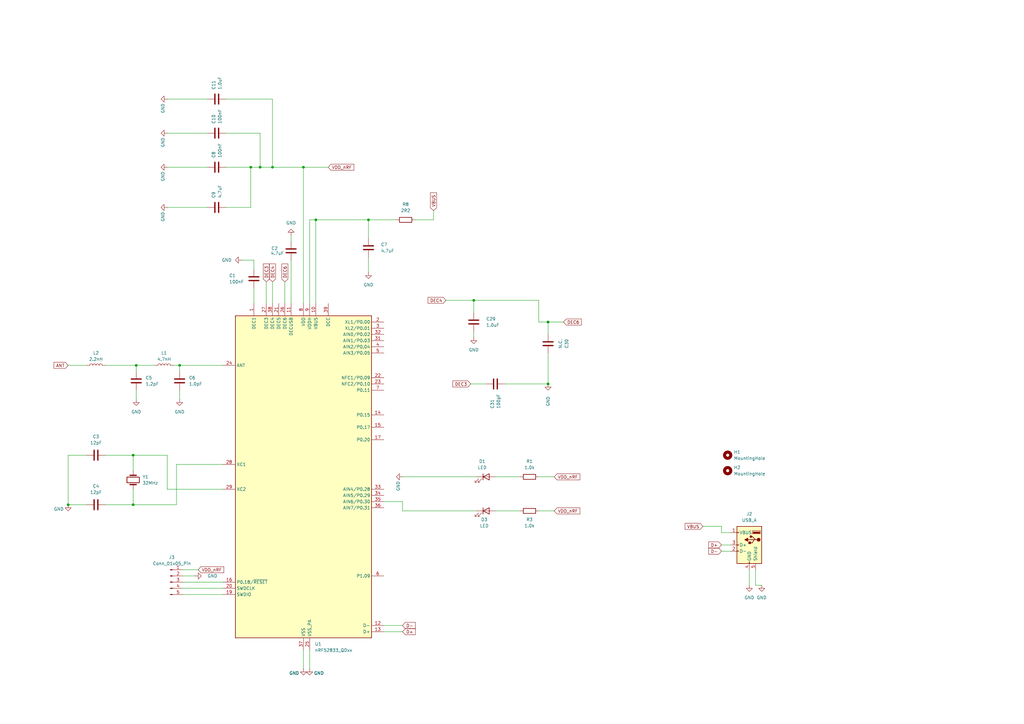
<source format=kicad_sch>
(kicad_sch (version 20250114) (generator "eeschema") (generator_version "9.0")
  (paper "A3")
  (title_block (title "Versipellis") (date "2025-12-02") (rev "0.1") (company "Primis"))
  (lib_symbols
    (symbol "Connector:Conn_01x05_Pin" (pin_names (offset 1.016) (hide yes))
      (property "Reference" "J" (at 0 7.62 0))
      (property "Value" "Conn_01x05_Pin" (at 0 -7.62 0))
      (symbol "Conn_01x05_Pin_1_1"
        (rectangle (start 0.8636 5.207) (end 0 4.953) (stroke (width 0.1524)) (fill (type outline)))
        (rectangle (start 0.8636 2.667) (end 0 2.413) (stroke (width 0.1524)) (fill (type outline)))
        (rectangle (start 0.8636 0.127) (end 0 -0.127) (stroke (width 0.1524)) (fill (type outline)))
        (rectangle (start 0.8636 -2.413) (end 0 -2.667) (stroke (width 0.1524)) (fill (type outline)))
        (rectangle (start 0.8636 -4.953) (end 0 -5.207) (stroke (width 0.1524)) (fill (type outline)))
        (polyline (pts (xy 1.27 5.08) (xy 0.8636 5.08)) (stroke (width 0.1524)))
        (polyline (pts (xy 1.27 2.54) (xy 0.8636 2.54)) (stroke (width 0.1524)))
        (polyline (pts (xy 1.27 0) (xy 0.8636 0)) (stroke (width 0.1524)))
        (polyline (pts (xy 1.27 -2.54) (xy 0.8636 -2.54)) (stroke (width 0.1524)))
        (polyline (pts (xy 1.27 -5.08) (xy 0.8636 -5.08)) (stroke (width 0.1524)))
        (pin passive line (at 5.08 5.08 180) (length 3.81) (name "Pin_1") (number "1"))
        (pin passive line (at 5.08 2.54 180) (length 3.81) (name "Pin_2") (number "2"))
        (pin passive line (at 5.08 0 180) (length 3.81) (name "Pin_3") (number "3"))
        (pin passive line (at 5.08 -2.54 180) (length 3.81) (name "Pin_4") (number "4"))
        (pin passive line (at 5.08 -5.08 180) (length 3.81) (name "Pin_5") (number "5"))
      )
    )
    (symbol "Connector:USB_A" (pin_names (offset 1.016))
      (property "Reference" "J" (at -5.08 11.43 0))
      (property "Value" "USB_A" (at -5.08 8.89 0))
      (symbol "USB_A_0_1"
        (rectangle (start -5.08 -7.62) (end 5.08 7.62) (stroke (width 0.254)) (fill (type background)))
        (circle (center -3.81 2.159) (radius 0.635) (stroke (width 0.254)) (fill (type outline)))
        (polyline (pts (xy -3.175 2.159) (xy -2.54 2.159) (xy -1.27 3.429) (xy -0.635 3.429)) (stroke (width 0.254)))
        (polyline (pts (xy -2.54 2.159) (xy -1.905 2.159) (xy -1.27 0.889) (xy 0 0.889)) (stroke (width 0.254)))
        (rectangle (start -1.524 4.826) (end -4.318 5.334) (fill (type outline)))
        (rectangle (start -1.27 4.572) (end -4.572 5.842))
        (circle (center -0.635 3.429) (radius 0.381) (stroke (width 0.254)) (fill (type outline)))
        (rectangle (start -0.127 -7.62) (end 0.127 -6.858))
        (rectangle (start 0.254 1.27) (end -0.508 0.508) (stroke (width 0.254)) (fill (type outline)))
        (polyline (pts (xy 0.635 2.794) (xy 0.635 1.524) (xy 1.905 2.159) (xy 0.635 2.794)) (stroke (width 0.254)) (fill (type outline)))
        (rectangle (start 5.08 4.953) (end 4.318 5.207))
        (rectangle (start 5.08 -0.127) (end 4.318 0.127))
        (rectangle (start 5.08 -2.667) (end 4.318 -2.413))
      )
      (symbol "USB_A_1_1"
        (polyline (pts (xy -1.905 2.159) (xy 0.635 2.159)) (stroke (width 0.254)))
        (pin passive line (at -2.54 -10.16 90) (length 2.54) (name "Shield") (number "5"))
        (pin power_in line (at 0 -10.16 90) (length 2.54) (name "GND") (number "4"))
        (pin power_in line (at 7.62 5.08 180) (length 2.54) (name "VBUS") (number "1"))
        (pin bidirectional line (at 7.62 0 180) (length 2.54) (name "D+") (number "3"))
        (pin bidirectional line (at 7.62 -2.54 180) (length 2.54) (name "D-") (number "2"))
      )
    )
    (symbol "Device:C" (pin_numbers (hide yes)) (pin_names (offset 0.254))
      (property "Reference" "C" (at 0.635 2.54 0))
      (property "Value" "C" (at 0.635 -2.54 0))
      (symbol "C_0_1"
        (polyline (pts (xy -2.032 0.762) (xy 2.032 0.762)) (stroke (width 0.508)))
        (polyline (pts (xy -2.032 -0.762) (xy 2.032 -0.762)) (stroke (width 0.508)))
      )
      (symbol "C_1_1"
        (pin passive line (at 0 3.81 270) (length 2.794) (name "~") (number "1"))
        (pin passive line (at 0 -3.81 90) (length 2.794) (name "~") (number "2"))
      )
    )
    (symbol "Device:Crystal" (pin_numbers (hide yes)) (pin_names (offset 1.016) (hide yes))
      (property "Reference" "Y" (at 0 3.81 0))
      (property "Value" "Crystal" (at 0 -3.81 0))
      (symbol "Crystal_0_1"
        (polyline (pts (xy -2.54 0) (xy -1.905 0)))
        (polyline (pts (xy -1.905 -1.27) (xy -1.905 1.27)) (stroke (width 0.508)))
        (rectangle (start -1.143 2.54) (end 1.143 -2.54) (stroke (width 0.3048)))
        (polyline (pts (xy 1.905 -1.27) (xy 1.905 1.27)) (stroke (width 0.508)))
        (polyline (pts (xy 2.54 0) (xy 1.905 0)))
      )
      (symbol "Crystal_1_1"
        (pin passive line (at -3.81 0 0) (length 1.27) (name "1") (number "1"))
        (pin passive line (at 3.81 0 180) (length 1.27) (name "2") (number "2"))
      )
    )
    (symbol "Device:L" (pin_numbers (hide yes)) (pin_names (offset 1.016) (hide yes))
      (property "Reference" "L" (at -1.27 0 90))
      (property "Value" "L" (at 1.905 0 90))
      (symbol "L_0_1"
        (arc (start 0 2.54) (mid 0.6323 1.905) (end 0 1.27))
        (arc (start 0 1.27) (mid 0.6323 0.635) (end 0 0))
        (arc (start 0 0) (mid 0.6323 -0.635) (end 0 -1.27))
        (arc (start 0 -1.27) (mid 0.6323 -1.905) (end 0 -2.54))
      )
      (symbol "L_1_1"
        (pin passive line (at 0 3.81 270) (length 1.27) (name "1") (number "1"))
        (pin passive line (at 0 -3.81 90) (length 1.27) (name "2") (number "2"))
      )
    )
    (symbol "Device:LED" (pin_numbers (hide yes)) (pin_names (offset 1.016) (hide yes))
      (property "Reference" "D" (at 0 2.54 0))
      (property "Value" "LED" (at 0 -2.54 0))
      (symbol "LED_0_1"
        (polyline (pts (xy -3.048 -0.762) (xy -4.572 -2.286) (xy -3.81 -2.286) (xy -4.572 -2.286) (xy -4.572 -1.524)))
        (polyline (pts (xy -1.778 -0.762) (xy -3.302 -2.286) (xy -2.54 -2.286) (xy -3.302 -2.286) (xy -3.302 -1.524)))
        (polyline (pts (xy -1.27 0) (xy 1.27 0)))
        (polyline (pts (xy -1.27 -1.27) (xy -1.27 1.27)) (stroke (width 0.254)))
        (polyline (pts (xy 1.27 -1.27) (xy 1.27 1.27) (xy -1.27 0) (xy 1.27 -1.27)) (stroke (width 0.254)))
      )
      (symbol "LED_1_1"
        (pin passive line (at -3.81 0 0) (length 2.54) (name "K") (number "1"))
        (pin passive line (at 3.81 0 180) (length 2.54) (name "A") (number "2"))
      )
    )
    (symbol "Device:R" (pin_numbers (hide yes)) (pin_names (offset 0))
      (property "Reference" "R" (at 2.032 0 90))
      (property "Value" "R" (at 0 0 90))
      (symbol "R_0_1"
        (rectangle (start -1.016 -2.54) (end 1.016 2.54) (stroke (width 0.254)))
      )
      (symbol "R_1_1"
        (pin passive line (at 0 3.81 270) (length 1.27) (name "~") (number "1"))
        (pin passive line (at 0 -3.81 90) (length 1.27) (name "~") (number "2"))
      )
    )
    (symbol "MCU_Nordic:nRF52833_QDxx"
      (property "Reference" "U" (at 0 5.08 0))
      (property "Value" "nRF52833_QDxx" (at 0 2.54 0))
      (symbol "nRF52833_QDxx_0_1"
        (rectangle (start -27.94 66.04) (end 27.94 -66.04) (stroke (width 0.254)) (fill (type background)))
      )
      (symbol "nRF52833_QDxx_1_1"
        (pin passive line (at -33.02 45.72 0) (length 5.08) (name "ANT") (number "24"))
        (pin input line (at -33.02 5.08 0) (length 5.08) (name "XC1") (number "28"))
        (pin input line (at -33.02 -5.08 0) (length 5.08) (name "XC2") (number "29"))
        (pin bidirectional line (at -33.02 -43.18 0) (length 5.08) (name "P0.18/~{RESET}") (number "16"))
        (pin input line (at -33.02 -45.72 0) (length 5.08) (name "SWDCLK") (number "20"))
        (pin bidirectional line (at -33.02 -48.26 0) (length 5.08) (name "SWDIO") (number "19"))
        (pin passive line (at -20.32 71.12 270) (length 5.08) (name "DEC1") (number "1"))
        (pin passive line (at -15.24 71.12 270) (length 5.08) (name "DEC3") (number "27"))
        (pin passive line (at -12.7 71.12 270) (length 5.08) (name "DEC4") (number "38"))
        (pin passive line (at -10.16 71.12 270) (length 5.08) (name "DEC5") (number "21"))
        (pin passive line (at -7.62 71.12 270) (length 5.08) (name "DEC6") (number "26"))
        (pin passive line (at -5.08 71.12 270) (length 5.08) (name "DECUSB") (number "11"))
        (pin passive line (at 0 71.12 270) (length 5.08) (hide yes) (name "VDD") (number "18"))
        (pin passive line (at 0 71.12 270) (length 5.08) (hide yes) (name "VDD") (number "30"))
        (pin passive line (at 0 71.12 270) (length 5.08) (hide yes) (name "VDD") (number "40"))
        (pin power_in line (at 0 71.12 270) (length 5.08) (name "VDD") (number "8"))
        (pin power_in line (at 0 -71.12 90) (length 5.08) (name "VSS") (number "37"))
        (pin passive line (at 0 -71.12 90) (length 5.08) (hide yes) (name "VSS") (number "41"))
        (pin power_in line (at 2.54 71.12 270) (length 5.08) (name "VDDH") (number "9"))
        (pin power_in line (at 2.54 -71.12 90) (length 5.08) (name "VSS_PA") (number "25"))
        (pin power_in line (at 5.08 71.12 270) (length 5.08) (name "VBUS") (number "10"))
        (pin power_out line (at 10.16 71.12 270) (length 5.08) (name "DCC") (number "39"))
        (pin bidirectional line (at 33.02 63.5 180) (length 5.08) (name "XL1/P0.00") (number "2"))
        (pin bidirectional line (at 33.02 60.96 180) (length 5.08) (name "XL2/P0.01") (number "3"))
        (pin bidirectional line (at 33.02 58.42 180) (length 5.08) (name "AIN0/P0.02") (number "32"))
        (pin bidirectional line (at 33.02 55.88 180) (length 5.08) (name "AIN1/P0.03") (number "31"))
        (pin bidirectional line (at 33.02 53.34 180) (length 5.08) (name "AIN2/P0.04") (number "4"))
        (pin bidirectional line (at 33.02 50.8 180) (length 5.08) (name "AIN3/P0.05") (number "5"))
        (pin bidirectional line (at 33.02 40.64 180) (length 5.08) (name "NFC1/P0.09") (number "22"))
        (pin bidirectional line (at 33.02 38.1 180) (length 5.08) (name "NFC2/P0.10") (number "23"))
        (pin bidirectional line (at 33.02 35.56 180) (length 5.08) (name "P0.11") (number "7"))
        (pin bidirectional line (at 33.02 25.4 180) (length 5.08) (name "P0.15") (number "14"))
        (pin bidirectional line (at 33.02 20.32 180) (length 5.08) (name "P0.17") (number "15"))
        (pin bidirectional line (at 33.02 15.24 180) (length 5.08) (name "P0.20") (number "17"))
        (pin bidirectional line (at 33.02 -5.08 180) (length 5.08) (name "AIN4/P0.28") (number "33"))
        (pin bidirectional line (at 33.02 -7.62 180) (length 5.08) (name "AIN5/P0.29") (number "34"))
        (pin bidirectional line (at 33.02 -10.16 180) (length 5.08) (name "AIN6/P0.30") (number "35"))
        (pin bidirectional line (at 33.02 -12.7 180) (length 5.08) (name "AIN7/P0.31") (number "36"))
        (pin bidirectional line (at 33.02 -40.64 180) (length 5.08) (name "P1.09") (number "6"))
        (pin bidirectional line (at 33.02 -60.96 180) (length 5.08) (name "D-") (number "12"))
        (pin bidirectional line (at 33.02 -63.5 180) (length 5.08) (name "D+") (number "13"))
      )
    )
    (symbol "Mechanical:MountingHole" (pin_names (offset 1.016)) (in_bom no)
      (property "Reference" "H" (at 0 5.08 0))
      (property "Value" "MountingHole" (at 0 3.175 0))
      (symbol "MountingHole_0_1"
        (circle (center 0 0) (radius 1.27) (stroke (width 1.27)))
      )
    )
    (symbol "power:GND" (power) (pin_numbers (hide yes)) (pin_names (offset 0) (hide yes))
      (property "Value" "GND" (at 0 -3.81 0))
      (symbol "GND_0_1"
        (polyline (pts (xy 0 0) (xy 0 -1.27) (xy 1.27 -1.27) (xy 0 -2.54) (xy -1.27 -1.27) (xy 0 -1.27)))
      )
      (symbol "GND_1_1"
        (pin power_in line (at 0 0 270) (length 0) (name "~") (number "1"))
      )
    )
  )
  (junction (at 73.66 149.86))
  (junction (at 111.76 68.58))
  (junction (at 129.54 90.17))
  (junction (at 55.88 149.86))
  (junction (at 27.94 207.01))
  (junction (at 106.68 68.58))
  (junction (at 54.61 207.01))
  (junction (at 224.79 157.48))
  (junction (at 194.31 123.19))
  (junction (at 151.13 90.17))
  (junction (at 54.61 186.69))
  (junction (at 102.87 68.58))
  (junction (at 224.79 132.08))
  (junction (at 124.46 68.58))
  (wire (pts (xy 55.88 149.86) (xy 63.5 149.86)))
  (wire (pts (xy 43.18 149.86) (xy 55.88 149.86)))
  (wire (pts (xy 119.38 96.52) (xy 119.38 99.06)))
  (wire (pts (xy 68.58 85.09) (xy 85.09 85.09)))
  (wire (pts (xy 68.58 68.58) (xy 85.09 68.58)))
  (wire (pts (xy 27.94 207.01) (xy 35.56 207.01)))
  (wire (pts (xy 127 124.46) (xy 127 90.17)))
  (wire (pts (xy 203.2 209.55) (xy 213.36 209.55)))
  (wire (pts (xy 54.61 200.66) (xy 54.61 207.01)))
  (wire (pts (xy 307.34 233.68) (xy 307.34 240.03)))
  (wire (pts (xy 74.93 243.84) (xy 91.44 243.84)))
  (wire (pts (xy 116.84 115.57) (xy 116.84 124.46)))
  (wire (pts (xy 129.54 90.17) (xy 151.13 90.17)))
  (wire (pts (xy 102.87 68.58) (xy 102.87 85.09)))
  (wire (pts (xy 68.58 54.61) (xy 85.09 54.61)))
  (wire (pts (xy 68.58 200.66) (xy 68.58 186.69)))
  (wire (pts (xy 127 90.17) (xy 129.54 90.17)))
  (wire (pts (xy 309.88 240.03) (xy 312.42 240.03)))
  (wire (pts (xy 73.66 149.86) (xy 91.44 149.86)))
  (wire (pts (xy 295.91 218.44) (xy 295.91 215.9)))
  (wire (pts (xy 55.88 160.02) (xy 55.88 163.83)))
  (wire (pts (xy 157.48 256.54) (xy 165.1 256.54)))
  (wire (pts (xy 127 266.7) (xy 127 274.32)))
  (wire (pts (xy 111.76 115.57) (xy 111.76 124.46)))
  (wire (pts (xy 124.46 266.7) (xy 124.46 274.32)))
  (wire (pts (xy 157.48 259.08) (xy 165.1 259.08)))
  (wire (pts (xy 68.58 40.64) (xy 85.09 40.64)))
  (wire (pts (xy 74.93 236.22) (xy 80.01 236.22)))
  (wire (pts (xy 124.46 68.58) (xy 134.62 68.58)))
  (wire (pts (xy 224.79 144.78) (xy 224.79 157.48)))
  (wire (pts (xy 129.54 90.17) (xy 129.54 124.46)))
  (wire (pts (xy 177.8 90.17) (xy 177.8 86.36)))
  (wire (pts (xy 151.13 90.17) (xy 151.13 97.79)))
  (wire (pts (xy 73.66 160.02) (xy 73.66 163.83)))
  (wire (pts (xy 27.94 149.86) (xy 35.56 149.86)))
  (wire (pts (xy 104.14 106.68) (xy 99.06 106.68)))
  (wire (pts (xy 295.91 215.9) (xy 288.29 215.9)))
  (wire (pts (xy 194.31 123.19) (xy 194.31 128.27)))
  (wire (pts (xy 195.58 195.58) (xy 165.1 195.58)))
  (wire (pts (xy 106.68 54.61) (xy 92.71 54.61)))
  (wire (pts (xy 111.76 68.58) (xy 111.76 40.64)))
  (wire (pts (xy 170.18 90.17) (xy 177.8 90.17)))
  (wire (pts (xy 74.93 241.3) (xy 91.44 241.3)))
  (wire (pts (xy 54.61 186.69) (xy 54.61 193.04)))
  (wire (pts (xy 220.98 209.55) (xy 227.33 209.55)))
  (wire (pts (xy 111.76 40.64) (xy 92.71 40.64)))
  (wire (pts (xy 27.94 186.69) (xy 27.94 207.01)))
  (wire (pts (xy 111.76 68.58) (xy 124.46 68.58)))
  (wire (pts (xy 193.04 157.48) (xy 199.39 157.48)))
  (wire (pts (xy 224.79 132.08) (xy 231.14 132.08)))
  (wire (pts (xy 55.88 149.86) (xy 55.88 152.4)))
  (wire (pts (xy 220.98 123.19) (xy 220.98 132.08)))
  (wire (pts (xy 106.68 68.58) (xy 111.76 68.58)))
  (wire (pts (xy 194.31 123.19) (xy 220.98 123.19)))
  (wire (pts (xy 194.31 135.89) (xy 194.31 138.43)))
  (wire (pts (xy 182.88 123.19) (xy 194.31 123.19)))
  (wire (pts (xy 73.66 149.86) (xy 73.66 152.4)))
  (wire (pts (xy 104.14 118.11) (xy 104.14 124.46)))
  (wire (pts (xy 92.71 68.58) (xy 102.87 68.58)))
  (wire (pts (xy 295.91 226.06) (xy 299.72 226.06)))
  (wire (pts (xy 74.93 233.68) (xy 81.28 233.68)))
  (wire (pts (xy 71.12 149.86) (xy 73.66 149.86)))
  (wire (pts (xy 109.22 115.57) (xy 109.22 124.46)))
  (wire (pts (xy 104.14 110.49) (xy 104.14 106.68)))
  (wire (pts (xy 309.88 233.68) (xy 309.88 240.03)))
  (wire (pts (xy 35.56 186.69) (xy 27.94 186.69)))
  (wire (pts (xy 72.39 190.5) (xy 72.39 207.01)))
  (wire (pts (xy 72.39 207.01) (xy 54.61 207.01)))
  (wire (pts (xy 102.87 85.09) (xy 92.71 85.09)))
  (wire (pts (xy 74.93 238.76) (xy 91.44 238.76)))
  (wire (pts (xy 220.98 195.58) (xy 227.33 195.58)))
  (wire (pts (xy 220.98 132.08) (xy 224.79 132.08)))
  (wire (pts (xy 195.58 209.55) (xy 165.1 209.55)))
  (wire (pts (xy 91.44 190.5) (xy 72.39 190.5)))
  (wire (pts (xy 203.2 195.58) (xy 213.36 195.58)))
  (wire (pts (xy 119.38 106.68) (xy 119.38 124.46)))
  (wire (pts (xy 124.46 124.46) (xy 124.46 68.58)))
  (wire (pts (xy 295.91 223.52) (xy 299.72 223.52)))
  (wire (pts (xy 54.61 186.69) (xy 43.18 186.69)))
  (wire (pts (xy 299.72 218.44) (xy 295.91 218.44)))
  (wire (pts (xy 151.13 105.41) (xy 151.13 111.76)))
  (wire (pts (xy 106.68 68.58) (xy 106.68 54.61)))
  (wire (pts (xy 207.01 157.48) (xy 224.79 157.48)))
  (wire (pts (xy 224.79 132.08) (xy 224.79 137.16)))
  (wire (pts (xy 91.44 200.66) (xy 68.58 200.66)))
  (wire (pts (xy 68.58 186.69) (xy 54.61 186.69)))
  (wire (pts (xy 54.61 207.01) (xy 43.18 207.01)))
  (wire (pts (xy 151.13 90.17) (xy 162.56 90.17)))
  (wire (pts (xy 102.87 68.58) (xy 106.68 68.58)))
  (wire (pts (xy 157.48 205.74) (xy 165.1 205.74)))
  (wire (pts (xy 165.1 209.55) (xy 165.1 205.74)))
  (global_label "VDD_nRF" (shape input) (at 81.28 233.68 0) (property "Intersheetrefs" "${INTERSHEET_REFS}" (effects (hide yes))))
  (global_label "D-" (shape input) (at 295.91 226.06 180) (property "Intersheetrefs" "${INTERSHEET_REFS}" (effects (hide yes))))
  (global_label "VDD_nRF" (shape input) (at 134.62 68.58 0) (property "Intersheetrefs" "${INTERSHEET_REFS}" (effects (hide yes))))
  (global_label "VBUS" (shape input) (at 177.8 86.36 90) (property "Intersheetrefs" "${INTERSHEET_REFS}" (effects (hide yes))))
  (global_label "DEC4" (shape input) (at 182.88 123.19 180) (property "Intersheetrefs" "${INTERSHEET_REFS}" (effects (hide yes))))
  (global_label "VDD_nRF" (shape input) (at 227.33 195.58 0) (property "Intersheetrefs" "${INTERSHEET_REFS}" (effects (hide yes))))
  (global_label "DEC6" (shape input) (at 231.14 132.08 0) (property "Intersheetrefs" "${INTERSHEET_REFS}" (effects (hide yes))))
  (global_label "VDD_nRF" (shape input) (at 227.33 209.55 0) (property "Intersheetrefs" "${INTERSHEET_REFS}" (effects (hide yes))))
  (global_label "DEC4" (shape input) (at 111.76 115.57 90) (property "Intersheetrefs" "${INTERSHEET_REFS}" (effects (hide yes))))
  (global_label "DEC3" (shape input) (at 109.22 115.57 90) (property "Intersheetrefs" "${INTERSHEET_REFS}" (effects (hide yes))))
  (global_label "DEC6" (shape input) (at 116.84 115.57 90) (property "Intersheetrefs" "${INTERSHEET_REFS}" (effects (hide yes))))
  (global_label "D+" (shape input) (at 295.91 223.52 180) (property "Intersheetrefs" "${INTERSHEET_REFS}" (effects (hide yes))))
  (global_label "D-" (shape input) (at 165.1 256.54 0) (property "Intersheetrefs" "${INTERSHEET_REFS}" (effects (hide yes))))
  (global_label "ANT" (shape input) (at 27.94 149.86 180) (property "Intersheetrefs" "${INTERSHEET_REFS}" (effects (hide yes))))
  (global_label "D+" (shape input) (at 165.1 259.08 0) (property "Intersheetrefs" "${INTERSHEET_REFS}" (effects (hide yes))))
  (global_label "DEC3" (shape input) (at 193.04 157.48 180) (property "Intersheetrefs" "${INTERSHEET_REFS}" (effects (hide yes))))
  (global_label "VBUS" (shape input) (at 288.29 215.9 180) (property "Intersheetrefs" "${INTERSHEET_REFS}" (effects (hide yes))))
  (symbol (lib_id "Device:C") (at 224.79 140.97 180) (unit 1)
    (property "Reference" "C30" (at 232.41 140.97 90))
    (property "Value" "N.C." (at 229.87 140.97 90))
    (property "Footprint" "Capacitor_SMD:C_0603_1608Metric" (effects (hide yes)))
    (property "Description" "Unpolarized capacitor" (effects (hide yes)))
  )
  (symbol (lib_id "Device:C") (at 88.9 85.09 270) (unit 1)
    (property "Reference" "C9" (at 87.6299 81.28 0) (effects (justify right)))
    (property "Value" "4.7uF" (at 90.1699 81.28 0) (effects (justify right)))
    (property "Footprint" "Capacitor_SMD:C_0603_1608Metric" (effects (hide yes)))
    (property "Description" "Unpolarized capacitor" (effects (hide yes)))
  )
  (symbol (lib_id "power:GND") (at 127 274.32 0) (unit 1)
    (property "Reference" "#PWR02" (effects (hide yes)))
    (property "Value" "GND" (at 130.81 276.098 0))
    (property "Description" "Power symbol creates a global label with name \"GND\" , ground" (effects (hide yes)))
  )
  (symbol (lib_id "Device:LED") (at 199.39 209.55 0) (unit 1)
    (property "Reference" "D3" (at 198.628 213.106 0))
    (property "Value" "LED" (at 198.628 215.646 0))
    (property "Footprint" "LED_SMD:LED_0603_1608Metric" (effects (hide yes)))
    (property "Description" "Light emitting diode" (effects (hide yes)))
    (property "Sim.Pins" "1=K 2=A" (effects (hide yes)))
  )
  (symbol (lib_id "power:GND") (at 307.34 240.03 0) (unit 1)
    (property "Reference" "#PWR024" (effects (hide yes)))
    (property "Value" "GND" (at 307.34 245.11 0))
    (property "Description" "Power symbol creates a global label with name \"GND\" , ground" (effects (hide yes)))
  )
  (symbol (lib_id "Device:C") (at 151.13 101.6 0) (unit 1)
    (property "Reference" "C7" (at 156.21 100.3299 0) (effects (justify left)))
    (property "Value" "4.7uF" (at 156.21 102.8699 0) (effects (justify left)))
    (property "Footprint" "Capacitor_SMD:C_0603_1608Metric" (effects (hide yes)))
    (property "Description" "Unpolarized capacitor" (effects (hide yes)))
  )
  (symbol (lib_id "power:GND") (at 194.31 138.43 0) (unit 1)
    (property "Reference" "#PWR034" (effects (hide yes)))
    (property "Value" "GND" (at 194.31 143.51 0))
    (property "Description" "Power symbol creates a global label with name \"GND\" , ground" (effects (hide yes)))
  )
  (symbol (lib_id "Device:C") (at 88.9 54.61 90) (unit 1)
    (property "Reference" "C10" (at 87.6299 50.8 0) (effects (justify left)))
    (property "Value" "100nF" (at 90.1699 50.8 0) (effects (justify left)))
    (property "Footprint" "Capacitor_SMD:C_0603_1608Metric" (effects (hide yes)))
    (property "Description" "Unpolarized capacitor" (effects (hide yes)))
  )
  (symbol (lib_id "Device:R") (at 217.17 195.58 90) (unit 1)
    (property "Reference" "R1" (at 217.17 189.23 90))
    (property "Value" "1.0k" (at 217.17 191.77 90))
    (property "Footprint" "Resistor_SMD:R_0603_1608Metric" (effects (hide yes)))
    (property "Description" "Resistor" (effects (hide yes)))
  )
  (symbol (lib_id "Device:C") (at 104.14 114.3 0) (unit 1)
    (property "Reference" "C1" (at 93.98 113.03 0) (effects (justify left)))
    (property "Value" "100nF" (at 93.98 115.57 0) (effects (justify left)))
    (property "Footprint" "Capacitor_SMD:C_0603_1608Metric" (effects (hide yes)))
    (property "Description" "Unpolarized capacitor" (effects (hide yes)))
  )
  (symbol (lib_id "power:GND") (at 224.79 157.48 0) (unit 1)
    (property "Reference" "#PWR035" (effects (hide yes)))
    (property "Value" "GND" (at 224.7901 162.56 90) (effects (justify right)))
    (property "Description" "Power symbol creates a global label with name \"GND\" , ground" (effects (hide yes)))
  )
  (symbol (lib_id "power:GND") (at 312.42 240.03 0) (unit 1)
    (property "Reference" "#PWR025" (effects (hide yes)))
    (property "Value" "GND" (at 312.42 245.11 0))
    (property "Description" "Power symbol creates a global label with name \"GND\" , ground" (effects (hide yes)))
  )
  (symbol (lib_id "Connector:USB_A") (at 307.34 223.52 0) (mirror y) (unit 1)
    (property "Reference" "J2" (at 307.34 210.82 0))
    (property "Value" "USB_A" (at 307.34 213.36 0))
    (property "Footprint" "Connector_USB:USB_A_CNCTech_1001-011-01101_Horizontal" (effects (hide yes)))
    (property "Description" "USB Type A connector" (effects (hide yes)))
  )
  (symbol (lib_id "Mechanical:MountingHole") (at 298.45 193.04 0) (unit 1) (in_bom no)
    (property "Reference" "H2" (at 300.99 191.7699 0) (effects (justify left)))
    (property "Value" "MountingHole" (at 300.99 194.3099 0) (effects (justify left)))
    (property "Footprint" "MountingHole:MountingHole_2.2mm_M2" (effects (hide yes)))
    (property "Description" "Mounting Hole without connection" (effects (hide yes)))
  )
  (symbol (lib_id "power:GND") (at 68.58 85.09 270) (unit 1)
    (property "Reference" "#PWR011" (effects (hide yes)))
    (property "Value" "GND" (at 66.802 88.9 0))
    (property "Description" "Power symbol creates a global label with name \"GND\" , ground" (effects (hide yes)))
  )
  (symbol (lib_id "Device:C") (at 194.31 132.08 0) (unit 1)
    (property "Reference" "C29" (at 199.39 130.8099 0) (effects (justify left)))
    (property "Value" "1.0uF" (at 199.39 133.3499 0) (effects (justify left)))
    (property "Footprint" "Capacitor_SMD:C_0603_1608Metric" (effects (hide yes)))
    (property "Description" "Unpolarized capacitor" (effects (hide yes)))
  )
  (symbol (lib_id "Device:C") (at 203.2 157.48 90) (unit 1)
    (property "Reference" "C31" (at 201.93 167.64 0) (effects (justify left)))
    (property "Value" "100pF" (at 204.47 167.64 0) (effects (justify left)))
    (property "Footprint" "Capacitor_SMD:C_0603_1608Metric" (effects (hide yes)))
    (property "Description" "Unpolarized capacitor" (effects (hide yes)))
  )
  (symbol (lib_id "Device:L") (at 39.37 149.86 90) (unit 1)
    (property "Reference" "L2" (at 39.37 144.78 90))
    (property "Value" "2.2nH" (at 39.37 147.32 90))
    (property "Footprint" "Inductor_SMD:L_0603_1608Metric" (effects (hide yes)))
    (property "Description" "Inductor" (effects (hide yes)))
  )
  (symbol (lib_id "power:GND") (at 68.58 68.58 270) (unit 1)
    (property "Reference" "#PWR010" (effects (hide yes)))
    (property "Value" "GND" (at 66.802 72.39 0))
    (property "Description" "Power symbol creates a global label with name \"GND\" , ground" (effects (hide yes)))
  )
  (symbol (lib_id "power:GND") (at 68.58 54.61 270) (unit 1)
    (property "Reference" "#PWR012" (effects (hide yes)))
    (property "Value" "GND" (at 66.802 58.42 0))
    (property "Description" "Power symbol creates a global label with name \"GND\" , ground" (effects (hide yes)))
  )
  (symbol (lib_id "Device:C") (at 119.38 102.87 180) (unit 1)
    (property "Reference" "C2" (at 111.252 101.854 0) (effects (justify right)))
    (property "Value" "4.7uF" (at 110.998 103.886 0) (effects (justify right)))
    (property "Footprint" "Capacitor_SMD:C_0603_1608Metric" (effects (hide yes)))
    (property "Description" "Unpolarized capacitor" (effects (hide yes)))
  )
  (symbol (lib_id "MCU_Nordic:nRF52833_QDxx") (at 124.46 195.58 0) (unit 1)
    (property "Reference" "U1" (at 129.1433 264.16 0) (effects (justify left)))
    (property "Value" "nRF52833_QDxx" (at 129.1433 266.7 0) (effects (justify left)))
    (property "Footprint" "Package_DFN_QFN:QFN-40-1EP_5x5mm_P0.4mm_EP3.6x3.6mm" (effects (hide yes)))
    (property "Datasheet" "https://infocenter.nordicsemi.com/pdf/nRF52833_PS_v1.5.pdf" (effects (hide yes)))
    (property "Description" "Multiprotocol BLE/ANT/2.4 GHz/802.15.4 Cortex-M4F SoC, QFN-40" (effects (hide yes)))
  )
  (symbol (lib_id "power:GND") (at 55.88 163.83 0) (unit 1)
    (property "Reference" "#PWR07" (effects (hide yes)))
    (property "Value" "GND" (at 55.88 168.91 0))
    (property "Description" "Power symbol creates a global label with name \"GND\" , ground" (effects (hide yes)))
  )
  (symbol (lib_id "Connector:Conn_01x05_Pin") (at 69.85 238.76 0) (unit 1)
    (property "Reference" "J3" (at 70.485 228.6 0))
    (property "Value" "Conn_01x05_Pin" (at 70.485 231.14 0))
    (property "Footprint" "Connector_PinHeader_1.00mm:PinHeader_1x05_P1.00mm_Vertical" (effects (hide yes)))
    (property "Description" "Generic connector, single row, 01x05, script generated" (effects (hide yes)))
  )
  (symbol (lib_id "Device:Crystal") (at 54.61 196.85 90) (unit 1)
    (property "Reference" "Y1" (at 58.42 195.5799 90) (effects (justify right)))
    (property "Value" "32MHz" (at 58.42 198.1199 90) (effects (justify right)))
    (property "Footprint" "Crystal:Crystal_SMD_5032-2Pin_5.0x3.2mm" (effects (hide yes)))
    (property "Description" "Two pin crystal" (effects (hide yes)))
  )
  (symbol (lib_id "power:GND") (at 73.66 163.83 0) (unit 1)
    (property "Reference" "#PWR08" (effects (hide yes)))
    (property "Value" "GND" (at 73.66 168.91 0))
    (property "Description" "Power symbol creates a global label with name \"GND\" , ground" (effects (hide yes)))
  )
  (symbol (lib_id "power:GND") (at 27.94 207.01 0) (mirror y) (unit 1)
    (property "Reference" "#PWR06" (effects (hide yes)))
    (property "Value" "GND" (at 24.13 208.788 0))
    (property "Description" "Power symbol creates a global label with name \"GND\" , ground" (effects (hide yes)))
  )
  (symbol (lib_id "Device:C") (at 55.88 156.21 180) (unit 1)
    (property "Reference" "C5" (at 59.69 154.9399 0) (effects (justify right)))
    (property "Value" "1.2pF" (at 59.69 157.4799 0) (effects (justify right)))
    (property "Footprint" "Capacitor_SMD:C_0603_1608Metric" (effects (hide yes)))
    (property "Description" "Unpolarized capacitor" (effects (hide yes)))
  )
  (symbol (lib_id "Device:C") (at 39.37 186.69 90) (mirror x) (unit 1)
    (property "Reference" "C3" (at 39.37 179.07 90))
    (property "Value" "12pF" (at 39.37 181.61 90))
    (property "Footprint" "Capacitor_SMD:C_0603_1608Metric" (effects (hide yes)))
    (property "Description" "Unpolarized capacitor" (effects (hide yes)))
  )
  (symbol (lib_id "power:GND") (at 124.46 274.32 0) (unit 1)
    (property "Reference" "#PWR01" (effects (hide yes)))
    (property "Value" "GND" (at 120.65 276.098 0))
    (property "Description" "Power symbol creates a global label with name \"GND\" , ground" (effects (hide yes)))
  )
  (symbol (lib_id "Device:LED") (at 199.39 195.58 0) (unit 1)
    (property "Reference" "D1" (at 197.8025 189.23 0))
    (property "Value" "LED" (at 197.8025 191.77 0))
    (property "Footprint" "LED_SMD:LED_0603_1608Metric" (effects (hide yes)))
    (property "Description" "Light emitting diode" (effects (hide yes)))
    (property "Sim.Pins" "1=K 2=A" (effects (hide yes)))
  )
  (symbol (lib_id "Device:C") (at 39.37 207.01 90) (mirror x) (unit 1)
    (property "Reference" "C4" (at 39.37 199.39 90))
    (property "Value" "12pF" (at 39.37 201.93 90))
    (property "Footprint" "Capacitor_SMD:C_0603_1608Metric" (effects (hide yes)))
    (property "Description" "Unpolarized capacitor" (effects (hide yes)))
  )
  (symbol (lib_id "power:GND") (at 151.13 111.76 0) (unit 1)
    (property "Reference" "#PWR09" (effects (hide yes)))
    (property "Value" "GND" (at 151.13 116.84 0))
    (property "Description" "Power symbol creates a global label with name \"GND\" , ground" (effects (hide yes)))
  )
  (symbol (lib_id "Mechanical:MountingHole") (at 298.45 186.69 0) (unit 1) (in_bom no)
    (property "Reference" "H1" (at 300.99 185.4199 0) (effects (justify left)))
    (property "Value" "MountingHole" (at 300.99 187.9599 0) (effects (justify left)))
    (property "Footprint" "MountingHole:MountingHole_2.2mm_M2" (effects (hide yes)))
    (property "Description" "Mounting Hole without connection" (effects (hide yes)))
  )
  (symbol (lib_id "power:GND") (at 68.58 40.64 270) (unit 1)
    (property "Reference" "#PWR013" (effects (hide yes)))
    (property "Value" "GND" (at 66.802 44.45 0))
    (property "Description" "Power symbol creates a global label with name \"GND\" , ground" (effects (hide yes)))
  )
  (symbol (lib_id "power:GND") (at 119.38 96.52 180) (unit 1)
    (property "Reference" "#PWR05" (effects (hide yes)))
    (property "Value" "GND" (at 119.38 91.44 0))
    (property "Description" "Power symbol creates a global label with name \"GND\" , ground" (effects (hide yes)))
  )
  (symbol (lib_id "Device:L") (at 67.31 149.86 90) (unit 1)
    (property "Reference" "L1" (at 67.31 144.78 90))
    (property "Value" "4.7nH" (at 67.31 147.32 90))
    (property "Footprint" "Inductor_SMD:L_0603_1608Metric" (effects (hide yes)))
    (property "Description" "Inductor" (effects (hide yes)))
  )
  (symbol (lib_id "Device:C") (at 88.9 40.64 270) (unit 1)
    (property "Reference" "C11" (at 87.6299 36.83 0) (effects (justify right)))
    (property "Value" "1.0uF" (at 90.1699 36.83 0) (effects (justify right)))
    (property "Footprint" "Capacitor_SMD:C_0603_1608Metric" (effects (hide yes)))
    (property "Description" "Unpolarized capacitor" (effects (hide yes)))
  )
  (symbol (lib_id "power:GND") (at 80.01 236.22 90) (unit 1)
    (property "Reference" "#PWR03" (effects (hide yes)))
    (property "Value" "GND" (at 85.09 236.2199 90) (effects (justify right)))
    (property "Description" "Power symbol creates a global label with name \"GND\" , ground" (effects (hide yes)))
  )
  (symbol (lib_id "Device:R") (at 166.37 90.17 90) (unit 1)
    (property "Reference" "R8" (at 166.37 83.82 90))
    (property "Value" "2R2" (at 166.37 86.36 90))
    (property "Footprint" "Resistor_SMD:R_0805_2012Metric" (effects (hide yes)))
    (property "Description" "Resistor" (effects (hide yes)))
  )
  (symbol (lib_id "power:GND") (at 165.1 195.58 270) (unit 1)
    (property "Reference" "#PWR014" (effects (hide yes)))
    (property "Value" "GND" (at 163.322 199.39 0))
    (property "Description" "Power symbol creates a global label with name \"GND\" , ground" (effects (hide yes)))
  )
  (symbol (lib_id "Device:C") (at 73.66 156.21 180) (unit 1)
    (property "Reference" "C6" (at 77.47 154.9399 0) (effects (justify right)))
    (property "Value" "1.0pF" (at 77.47 157.4799 0) (effects (justify right)))
    (property "Footprint" "Capacitor_SMD:C_0603_1608Metric" (effects (hide yes)))
    (property "Description" "Unpolarized capacitor" (effects (hide yes)))
  )
  (symbol (lib_id "power:GND") (at 99.06 106.68 270) (unit 1)
    (property "Reference" "#PWR04" (effects (hide yes)))
    (property "Value" "GND" (at 95.0431 106.6799 90) (effects (justify right)))
    (property "Description" "Power symbol creates a global label with name \"GND\" , ground" (effects (hide yes)))
  )
  (symbol (lib_id "Device:C") (at 88.9 68.58 90) (unit 1)
    (property "Reference" "C8" (at 87.6299 64.77 0) (effects (justify left)))
    (property "Value" "100nF" (at 90.1699 64.77 0) (effects (justify left)))
    (property "Footprint" "Capacitor_SMD:C_0603_1608Metric" (effects (hide yes)))
    (property "Description" "Unpolarized capacitor" (effects (hide yes)))
  )
  (symbol (lib_id "Device:R") (at 217.17 209.55 90) (unit 1)
    (property "Reference" "R3" (at 217.17 213.106 90))
    (property "Value" "1.0k" (at 217.17 215.646 90))
    (property "Footprint" "Resistor_SMD:R_0603_1608Metric" (effects (hide yes)))
    (property "Description" "Resistor" (effects (hide yes)))
  )
)
</source>
